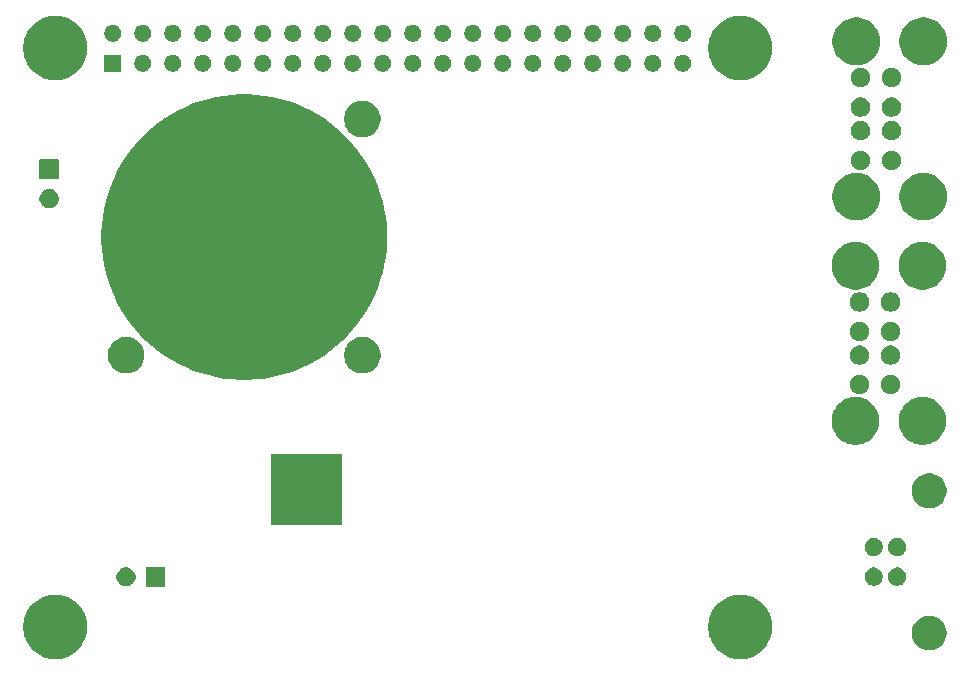
<source format=gbr>
%TF.GenerationSoftware,KiCad,Pcbnew,9.0.0*%
%TF.CreationDate,2025-04-21T08:49:54-05:00*%
%TF.ProjectId,1026 RPi Power Hat,31303236-2052-4506-9920-506f77657220,1*%
%TF.SameCoordinates,PX5f5e100PY8f0d180*%
%TF.FileFunction,Soldermask,Bot*%
%TF.FilePolarity,Negative*%
%FSLAX46Y46*%
G04 Gerber Fmt 4.6, Leading zero omitted, Abs format (unit mm)*
G04 Created by KiCad (PCBNEW 9.0.0) date 2025-04-21 08:49:54*
%MOMM*%
%LPD*%
G01*
G04 APERTURE LIST*
G04 APERTURE END LIST*
G36*
X3956521Y6186893D02*
G01*
X4254488Y6118884D01*
X4542965Y6017941D01*
X4818327Y5885334D01*
X5077111Y5722730D01*
X5316061Y5532173D01*
X5532173Y5316061D01*
X5722730Y5077111D01*
X5885334Y4818327D01*
X6017941Y4542965D01*
X6118884Y4254488D01*
X6186893Y3956521D01*
X6221112Y3652814D01*
X6221112Y3347186D01*
X6186893Y3043479D01*
X6118884Y2745512D01*
X6017941Y2457035D01*
X5885334Y2181673D01*
X5722730Y1922889D01*
X5532173Y1683939D01*
X5316061Y1467827D01*
X5077111Y1277270D01*
X4818327Y1114666D01*
X4542965Y982059D01*
X4254488Y881116D01*
X3956521Y813107D01*
X3652814Y778888D01*
X3347186Y778888D01*
X3043479Y813107D01*
X2745512Y881116D01*
X2457035Y982059D01*
X2181673Y1114666D01*
X1922889Y1277270D01*
X1683939Y1467827D01*
X1467827Y1683939D01*
X1277270Y1922889D01*
X1114666Y2181673D01*
X982059Y2457035D01*
X881116Y2745512D01*
X813107Y3043479D01*
X778888Y3347186D01*
X778888Y3652814D01*
X813107Y3956521D01*
X881116Y4254488D01*
X982059Y4542965D01*
X1114666Y4818327D01*
X1277270Y5077111D01*
X1467827Y5316061D01*
X1683939Y5532173D01*
X1922889Y5722730D01*
X2181673Y5885334D01*
X2457035Y6017941D01*
X2745512Y6118884D01*
X3043479Y6186893D01*
X3347186Y6221112D01*
X3652814Y6221112D01*
X3956521Y6186893D01*
G37*
G36*
X61956521Y6186893D02*
G01*
X62254488Y6118884D01*
X62542965Y6017941D01*
X62818327Y5885334D01*
X63077111Y5722730D01*
X63316061Y5532173D01*
X63532173Y5316061D01*
X63722730Y5077111D01*
X63885334Y4818327D01*
X64017941Y4542965D01*
X64118884Y4254488D01*
X64186893Y3956521D01*
X64221112Y3652814D01*
X64221112Y3347186D01*
X64186893Y3043479D01*
X64118884Y2745512D01*
X64017941Y2457035D01*
X63885334Y2181673D01*
X63722730Y1922889D01*
X63532173Y1683939D01*
X63316061Y1467827D01*
X63077111Y1277270D01*
X62818327Y1114666D01*
X62542965Y982059D01*
X62254488Y881116D01*
X61956521Y813107D01*
X61652814Y778888D01*
X61347186Y778888D01*
X61043479Y813107D01*
X60745512Y881116D01*
X60457035Y982059D01*
X60181673Y1114666D01*
X59922889Y1277270D01*
X59683939Y1467827D01*
X59467827Y1683939D01*
X59277270Y1922889D01*
X59114666Y2181673D01*
X58982059Y2457035D01*
X58881116Y2745512D01*
X58813107Y3043479D01*
X58778888Y3347186D01*
X58778888Y3652814D01*
X58813107Y3956521D01*
X58881116Y4254488D01*
X58982059Y4542965D01*
X59114666Y4818327D01*
X59277270Y5077111D01*
X59467827Y5316061D01*
X59683939Y5532173D01*
X59922889Y5722730D01*
X60181673Y5885334D01*
X60457035Y6017941D01*
X60745512Y6118884D01*
X61043479Y6186893D01*
X61347186Y6221112D01*
X61652814Y6221112D01*
X61956521Y6186893D01*
G37*
G36*
X77844425Y4414635D02*
G01*
X78064611Y4343092D01*
X78270894Y4237985D01*
X78458196Y4101903D01*
X78621903Y3938196D01*
X78757985Y3750894D01*
X78863092Y3544611D01*
X78934635Y3324425D01*
X78970852Y3095759D01*
X78970852Y2864241D01*
X78934635Y2635575D01*
X78863092Y2415389D01*
X78757985Y2209106D01*
X78621903Y2021804D01*
X78458196Y1858097D01*
X78270894Y1722015D01*
X78064611Y1616908D01*
X77844425Y1545365D01*
X77615759Y1509148D01*
X77384241Y1509148D01*
X77155575Y1545365D01*
X76935389Y1616908D01*
X76729106Y1722015D01*
X76541804Y1858097D01*
X76378097Y2021804D01*
X76242015Y2209106D01*
X76136908Y2415389D01*
X76065365Y2635575D01*
X76029148Y2864241D01*
X76029148Y3095759D01*
X76065365Y3324425D01*
X76136908Y3544611D01*
X76242015Y3750894D01*
X76378097Y3938196D01*
X76541804Y4101903D01*
X76729106Y4237985D01*
X76935389Y4343092D01*
X77155575Y4414635D01*
X77384241Y4450852D01*
X77615759Y4450852D01*
X77844425Y4414635D01*
G37*
G36*
X12784720Y8530217D02*
G01*
X12792961Y8524711D01*
X12798467Y8516470D01*
X12800400Y8506750D01*
X12800400Y6931750D01*
X12798467Y6922030D01*
X12792961Y6913789D01*
X12784720Y6908283D01*
X12775000Y6906350D01*
X11200000Y6906350D01*
X11190280Y6908283D01*
X11182039Y6913789D01*
X11176533Y6922030D01*
X11174600Y6931750D01*
X11174600Y8506750D01*
X11176533Y8516470D01*
X11182039Y8524711D01*
X11190280Y8530217D01*
X11200000Y8532150D01*
X12775000Y8532150D01*
X12784720Y8530217D01*
G37*
G36*
X9723472Y8497147D02*
G01*
X9870698Y8436164D01*
X10003198Y8347630D01*
X10115880Y8234948D01*
X10204414Y8102448D01*
X10265397Y7955222D01*
X10296486Y7798928D01*
X10296486Y7639572D01*
X10265397Y7483278D01*
X10204414Y7336052D01*
X10115880Y7203552D01*
X10003198Y7090870D01*
X9870698Y7002336D01*
X9723472Y6941353D01*
X9567178Y6910264D01*
X9407822Y6910264D01*
X9251528Y6941353D01*
X9104302Y7002336D01*
X8971802Y7090870D01*
X8859120Y7203552D01*
X8770586Y7336052D01*
X8709603Y7483278D01*
X8678514Y7639572D01*
X8678514Y7798928D01*
X8709603Y7955222D01*
X8770586Y8102448D01*
X8859120Y8234948D01*
X8971802Y8347630D01*
X9104302Y8436164D01*
X9251528Y8497147D01*
X9407822Y8528236D01*
X9567178Y8528236D01*
X9723472Y8497147D01*
G37*
G36*
X73015087Y8492012D02*
G01*
X73155521Y8433842D01*
X73281909Y8349392D01*
X73389392Y8241909D01*
X73473842Y8115521D01*
X73532012Y7975087D01*
X73561666Y7826002D01*
X73561666Y7673998D01*
X73532012Y7524913D01*
X73473842Y7384479D01*
X73389392Y7258091D01*
X73281909Y7150608D01*
X73155521Y7066158D01*
X73015087Y7007988D01*
X72866002Y6978334D01*
X72713998Y6978334D01*
X72564913Y7007988D01*
X72424479Y7066158D01*
X72298091Y7150608D01*
X72190608Y7258091D01*
X72106158Y7384479D01*
X72047988Y7524913D01*
X72018334Y7673998D01*
X72018334Y7826002D01*
X72047988Y7975087D01*
X72106158Y8115521D01*
X72190608Y8241909D01*
X72298091Y8349392D01*
X72424479Y8433842D01*
X72564913Y8492012D01*
X72713998Y8521666D01*
X72866002Y8521666D01*
X73015087Y8492012D01*
G37*
G36*
X75015087Y8492012D02*
G01*
X75155521Y8433842D01*
X75281909Y8349392D01*
X75389392Y8241909D01*
X75473842Y8115521D01*
X75532012Y7975087D01*
X75561666Y7826002D01*
X75561666Y7673998D01*
X75532012Y7524913D01*
X75473842Y7384479D01*
X75389392Y7258091D01*
X75281909Y7150608D01*
X75155521Y7066158D01*
X75015087Y7007988D01*
X74866002Y6978334D01*
X74713998Y6978334D01*
X74564913Y7007988D01*
X74424479Y7066158D01*
X74298091Y7150608D01*
X74190608Y7258091D01*
X74106158Y7384479D01*
X74047988Y7524913D01*
X74018334Y7673998D01*
X74018334Y7826002D01*
X74047988Y7975087D01*
X74106158Y8115521D01*
X74190608Y8241909D01*
X74298091Y8349392D01*
X74424479Y8433842D01*
X74564913Y8492012D01*
X74713998Y8521666D01*
X74866002Y8521666D01*
X75015087Y8492012D01*
G37*
G36*
X73015087Y10992012D02*
G01*
X73155521Y10933842D01*
X73281909Y10849392D01*
X73389392Y10741909D01*
X73473842Y10615521D01*
X73532012Y10475087D01*
X73561666Y10326002D01*
X73561666Y10173998D01*
X73532012Y10024913D01*
X73473842Y9884479D01*
X73389392Y9758091D01*
X73281909Y9650608D01*
X73155521Y9566158D01*
X73015087Y9507988D01*
X72866002Y9478334D01*
X72713998Y9478334D01*
X72564913Y9507988D01*
X72424479Y9566158D01*
X72298091Y9650608D01*
X72190608Y9758091D01*
X72106158Y9884479D01*
X72047988Y10024913D01*
X72018334Y10173998D01*
X72018334Y10326002D01*
X72047988Y10475087D01*
X72106158Y10615521D01*
X72190608Y10741909D01*
X72298091Y10849392D01*
X72424479Y10933842D01*
X72564913Y10992012D01*
X72713998Y11021666D01*
X72866002Y11021666D01*
X73015087Y10992012D01*
G37*
G36*
X75015087Y10992012D02*
G01*
X75155521Y10933842D01*
X75281909Y10849392D01*
X75389392Y10741909D01*
X75473842Y10615521D01*
X75532012Y10475087D01*
X75561666Y10326002D01*
X75561666Y10173998D01*
X75532012Y10024913D01*
X75473842Y9884479D01*
X75389392Y9758091D01*
X75281909Y9650608D01*
X75155521Y9566158D01*
X75015087Y9507988D01*
X74866002Y9478334D01*
X74713998Y9478334D01*
X74564913Y9507988D01*
X74424479Y9566158D01*
X74298091Y9650608D01*
X74190608Y9758091D01*
X74106158Y9884479D01*
X74047988Y10024913D01*
X74018334Y10173998D01*
X74018334Y10326002D01*
X74047988Y10475087D01*
X74106158Y10615521D01*
X74190608Y10741909D01*
X74298091Y10849392D01*
X74424479Y10933842D01*
X74564913Y10992012D01*
X74713998Y11021666D01*
X74866002Y11021666D01*
X75015087Y10992012D01*
G37*
G36*
X27800000Y12100000D02*
G01*
X27795899Y12100000D01*
X21804101Y12100000D01*
X21800000Y12100000D01*
X21800000Y18100000D01*
X27800000Y18100000D01*
X27800000Y12100000D01*
G37*
G36*
X77844425Y16454635D02*
G01*
X78064611Y16383092D01*
X78270894Y16277985D01*
X78458196Y16141903D01*
X78621903Y15978196D01*
X78757985Y15790894D01*
X78863092Y15584611D01*
X78934635Y15364425D01*
X78970852Y15135759D01*
X78970852Y14904241D01*
X78934635Y14675575D01*
X78863092Y14455389D01*
X78757985Y14249106D01*
X78621903Y14061804D01*
X78458196Y13898097D01*
X78270894Y13762015D01*
X78064611Y13656908D01*
X77844425Y13585365D01*
X77615759Y13549148D01*
X77384241Y13549148D01*
X77155575Y13585365D01*
X76935389Y13656908D01*
X76729106Y13762015D01*
X76541804Y13898097D01*
X76378097Y14061804D01*
X76242015Y14249106D01*
X76136908Y14455389D01*
X76065365Y14675575D01*
X76029148Y14904241D01*
X76029148Y15135759D01*
X76065365Y15364425D01*
X76136908Y15584611D01*
X76242015Y15790894D01*
X76378097Y15978196D01*
X76541804Y16141903D01*
X76729106Y16277985D01*
X76935389Y16383092D01*
X77155575Y16454635D01*
X77384241Y16490852D01*
X77615759Y16490852D01*
X77844425Y16454635D01*
G37*
G36*
X71640436Y22916483D02*
G01*
X71896343Y22847912D01*
X72141112Y22746526D01*
X72370552Y22614059D01*
X72580739Y22452776D01*
X72768076Y22265439D01*
X72929359Y22055252D01*
X73061826Y21825812D01*
X73163212Y21581043D01*
X73231783Y21325136D01*
X73266363Y21062467D01*
X73266363Y20797533D01*
X73231783Y20534864D01*
X73163212Y20278957D01*
X73061826Y20034188D01*
X72929359Y19804748D01*
X72768076Y19594561D01*
X72580739Y19407224D01*
X72370552Y19245941D01*
X72141112Y19113474D01*
X71896343Y19012088D01*
X71640436Y18943517D01*
X71377767Y18908937D01*
X71112833Y18908937D01*
X70850164Y18943517D01*
X70594257Y19012088D01*
X70349488Y19113474D01*
X70120048Y19245941D01*
X69909861Y19407224D01*
X69722524Y19594561D01*
X69561241Y19804748D01*
X69428774Y20034188D01*
X69327388Y20278957D01*
X69258817Y20534864D01*
X69224237Y20797533D01*
X69224237Y21062467D01*
X69258817Y21325136D01*
X69327388Y21581043D01*
X69428774Y21825812D01*
X69561241Y22055252D01*
X69722524Y22265439D01*
X69909861Y22452776D01*
X70120048Y22614059D01*
X70349488Y22746526D01*
X70594257Y22847912D01*
X70850164Y22916483D01*
X71112833Y22951063D01*
X71377767Y22951063D01*
X71640436Y22916483D01*
G37*
G36*
X77320436Y22916483D02*
G01*
X77576343Y22847912D01*
X77821112Y22746526D01*
X78050552Y22614059D01*
X78260739Y22452776D01*
X78448076Y22265439D01*
X78609359Y22055252D01*
X78741826Y21825812D01*
X78843212Y21581043D01*
X78911783Y21325136D01*
X78946363Y21062467D01*
X78946363Y20797533D01*
X78911783Y20534864D01*
X78843212Y20278957D01*
X78741826Y20034188D01*
X78609359Y19804748D01*
X78448076Y19594561D01*
X78260739Y19407224D01*
X78050552Y19245941D01*
X77821112Y19113474D01*
X77576343Y19012088D01*
X77320436Y18943517D01*
X77057767Y18908937D01*
X76792833Y18908937D01*
X76530164Y18943517D01*
X76274257Y19012088D01*
X76029488Y19113474D01*
X75800048Y19245941D01*
X75589861Y19407224D01*
X75402524Y19594561D01*
X75241241Y19804748D01*
X75108774Y20034188D01*
X75007388Y20278957D01*
X74938817Y20534864D01*
X74904237Y20797533D01*
X74904237Y21062467D01*
X74938817Y21325136D01*
X75007388Y21581043D01*
X75108774Y21825812D01*
X75241241Y22055252D01*
X75402524Y22265439D01*
X75589861Y22452776D01*
X75800048Y22614059D01*
X76029488Y22746526D01*
X76274257Y22847912D01*
X76530164Y22916483D01*
X76792833Y22951063D01*
X77057767Y22951063D01*
X77320436Y22916483D01*
G37*
G36*
X71834901Y24789859D02*
G01*
X71984391Y24727938D01*
X72118928Y24638043D01*
X72233343Y24523628D01*
X72323238Y24389091D01*
X72385159Y24239601D01*
X72416725Y24080903D01*
X72416725Y23919097D01*
X72385159Y23760399D01*
X72323238Y23610909D01*
X72233343Y23476372D01*
X72118928Y23361957D01*
X71984391Y23272062D01*
X71834901Y23210141D01*
X71676203Y23178575D01*
X71514397Y23178575D01*
X71355699Y23210141D01*
X71206209Y23272062D01*
X71071672Y23361957D01*
X70957257Y23476372D01*
X70867362Y23610909D01*
X70805441Y23760399D01*
X70773875Y23919097D01*
X70773875Y24080903D01*
X70805441Y24239601D01*
X70867362Y24389091D01*
X70957257Y24523628D01*
X71071672Y24638043D01*
X71206209Y24727938D01*
X71355699Y24789859D01*
X71514397Y24821425D01*
X71676203Y24821425D01*
X71834901Y24789859D01*
G37*
G36*
X74454901Y24789859D02*
G01*
X74604391Y24727938D01*
X74738928Y24638043D01*
X74853343Y24523628D01*
X74943238Y24389091D01*
X75005159Y24239601D01*
X75036725Y24080903D01*
X75036725Y23919097D01*
X75005159Y23760399D01*
X74943238Y23610909D01*
X74853343Y23476372D01*
X74738928Y23361957D01*
X74604391Y23272062D01*
X74454901Y23210141D01*
X74296203Y23178575D01*
X74134397Y23178575D01*
X73975699Y23210141D01*
X73826209Y23272062D01*
X73691672Y23361957D01*
X73577257Y23476372D01*
X73487362Y23610909D01*
X73425441Y23760399D01*
X73393875Y23919097D01*
X73393875Y24080903D01*
X73425441Y24239601D01*
X73487362Y24389091D01*
X73577257Y24523628D01*
X73691672Y24638043D01*
X73826209Y24727938D01*
X73975699Y24789859D01*
X74134397Y24821425D01*
X74296203Y24821425D01*
X74454901Y24789859D01*
G37*
G36*
X20517011Y48557184D02*
G01*
X21191463Y48481192D01*
X21860593Y48367502D01*
X22522295Y48216473D01*
X23174489Y48028579D01*
X23815121Y47804412D01*
X24442176Y47544678D01*
X25053681Y47250192D01*
X25647712Y46921883D01*
X26222400Y46560782D01*
X26775937Y46168027D01*
X27306581Y45744852D01*
X27812663Y45292590D01*
X28292590Y44812663D01*
X28744852Y44306581D01*
X29168027Y43775937D01*
X29560782Y43222400D01*
X29921883Y42647712D01*
X30250192Y42053681D01*
X30544678Y41442176D01*
X30804412Y40815121D01*
X31028579Y40174489D01*
X31216473Y39522295D01*
X31367502Y38860593D01*
X31481192Y38191463D01*
X31557184Y37517011D01*
X31595240Y36839360D01*
X31595240Y36160640D01*
X31557184Y35482989D01*
X31481192Y34808537D01*
X31367502Y34139407D01*
X31216473Y33477705D01*
X31028579Y32825511D01*
X30804412Y32184879D01*
X30544678Y31557824D01*
X30250192Y30946319D01*
X29921883Y30352288D01*
X29560782Y29777600D01*
X29168027Y29224063D01*
X28744852Y28693419D01*
X28292590Y28187337D01*
X27812663Y27707410D01*
X27306581Y27255148D01*
X26775937Y26831973D01*
X26222400Y26439218D01*
X25647712Y26078117D01*
X25053681Y25749808D01*
X24442176Y25455322D01*
X23815121Y25195588D01*
X23174489Y24971421D01*
X22522295Y24783527D01*
X21860593Y24632498D01*
X21191463Y24518808D01*
X20517011Y24442816D01*
X19839360Y24404760D01*
X19160640Y24404760D01*
X18482989Y24442816D01*
X17808537Y24518808D01*
X17139407Y24632498D01*
X16477705Y24783527D01*
X15825511Y24971421D01*
X15184879Y25195588D01*
X14557824Y25455322D01*
X13946319Y25749808D01*
X13352288Y26078117D01*
X12777600Y26439218D01*
X12224063Y26831973D01*
X11693419Y27255148D01*
X11187337Y27707410D01*
X10707410Y28187337D01*
X10255148Y28693419D01*
X9831973Y29224063D01*
X9439218Y29777600D01*
X9078117Y30352288D01*
X8749808Y30946319D01*
X8455322Y31557824D01*
X8195588Y32184879D01*
X7971421Y32825511D01*
X7783527Y33477705D01*
X7632498Y34139407D01*
X7518808Y34808537D01*
X7442816Y35482989D01*
X7404760Y36160640D01*
X7404760Y36839360D01*
X7442816Y37517011D01*
X7518808Y38191463D01*
X7632498Y38860593D01*
X7783527Y39522295D01*
X7971421Y40174489D01*
X8195588Y40815121D01*
X8455322Y41442176D01*
X8749808Y42053681D01*
X9078117Y42647712D01*
X9439218Y43222400D01*
X9831973Y43775937D01*
X10255148Y44306581D01*
X10707410Y44812663D01*
X11187337Y45292590D01*
X11693419Y45744852D01*
X12224063Y46168027D01*
X12777600Y46560782D01*
X13352288Y46921883D01*
X13946319Y47250192D01*
X14557824Y47544678D01*
X15184879Y47804412D01*
X15825511Y48028579D01*
X16477705Y48216473D01*
X17139407Y48367502D01*
X17808537Y48481192D01*
X18482989Y48557184D01*
X19160640Y48595240D01*
X19839360Y48595240D01*
X20517011Y48557184D01*
G37*
G36*
X9861840Y28007173D02*
G01*
X10093159Y27932013D01*
X10309873Y27821592D01*
X10506644Y27678629D01*
X10678629Y27506644D01*
X10821592Y27309873D01*
X10932013Y27093159D01*
X11007173Y26861840D01*
X11045222Y26621612D01*
X11045222Y26378388D01*
X11007173Y26138160D01*
X10932013Y25906841D01*
X10821592Y25690127D01*
X10678629Y25493356D01*
X10506644Y25321371D01*
X10309873Y25178408D01*
X10093159Y25067987D01*
X9861840Y24992827D01*
X9621612Y24954778D01*
X9378388Y24954778D01*
X9138160Y24992827D01*
X8906841Y25067987D01*
X8690127Y25178408D01*
X8493356Y25321371D01*
X8321371Y25493356D01*
X8178408Y25690127D01*
X8067987Y25906841D01*
X7992827Y26138160D01*
X7954778Y26378388D01*
X7954778Y26621612D01*
X7992827Y26861840D01*
X8067987Y27093159D01*
X8178408Y27309873D01*
X8321371Y27506644D01*
X8493356Y27678629D01*
X8690127Y27821592D01*
X8906841Y27932013D01*
X9138160Y28007173D01*
X9378388Y28045222D01*
X9621612Y28045222D01*
X9861840Y28007173D01*
G37*
G36*
X29861840Y28007173D02*
G01*
X30093159Y27932013D01*
X30309873Y27821592D01*
X30506644Y27678629D01*
X30678629Y27506644D01*
X30821592Y27309873D01*
X30932013Y27093159D01*
X31007173Y26861840D01*
X31045222Y26621612D01*
X31045222Y26378388D01*
X31007173Y26138160D01*
X30932013Y25906841D01*
X30821592Y25690127D01*
X30678629Y25493356D01*
X30506644Y25321371D01*
X30309873Y25178408D01*
X30093159Y25067987D01*
X29861840Y24992827D01*
X29621612Y24954778D01*
X29378388Y24954778D01*
X29138160Y24992827D01*
X28906841Y25067987D01*
X28690127Y25178408D01*
X28493356Y25321371D01*
X28321371Y25493356D01*
X28178408Y25690127D01*
X28067987Y25906841D01*
X27992827Y26138160D01*
X27954778Y26378388D01*
X27954778Y26621612D01*
X27992827Y26861840D01*
X28067987Y27093159D01*
X28178408Y27309873D01*
X28321371Y27506644D01*
X28493356Y27678629D01*
X28690127Y27821592D01*
X28906841Y27932013D01*
X29138160Y28007173D01*
X29378388Y28045222D01*
X29621612Y28045222D01*
X29861840Y28007173D01*
G37*
G36*
X71834901Y27289859D02*
G01*
X71984391Y27227938D01*
X72118928Y27138043D01*
X72233343Y27023628D01*
X72323238Y26889091D01*
X72385159Y26739601D01*
X72416725Y26580903D01*
X72416725Y26419097D01*
X72385159Y26260399D01*
X72323238Y26110909D01*
X72233343Y25976372D01*
X72118928Y25861957D01*
X71984391Y25772062D01*
X71834901Y25710141D01*
X71676203Y25678575D01*
X71514397Y25678575D01*
X71355699Y25710141D01*
X71206209Y25772062D01*
X71071672Y25861957D01*
X70957257Y25976372D01*
X70867362Y26110909D01*
X70805441Y26260399D01*
X70773875Y26419097D01*
X70773875Y26580903D01*
X70805441Y26739601D01*
X70867362Y26889091D01*
X70957257Y27023628D01*
X71071672Y27138043D01*
X71206209Y27227938D01*
X71355699Y27289859D01*
X71514397Y27321425D01*
X71676203Y27321425D01*
X71834901Y27289859D01*
G37*
G36*
X74454901Y27289859D02*
G01*
X74604391Y27227938D01*
X74738928Y27138043D01*
X74853343Y27023628D01*
X74943238Y26889091D01*
X75005159Y26739601D01*
X75036725Y26580903D01*
X75036725Y26419097D01*
X75005159Y26260399D01*
X74943238Y26110909D01*
X74853343Y25976372D01*
X74738928Y25861957D01*
X74604391Y25772062D01*
X74454901Y25710141D01*
X74296203Y25678575D01*
X74134397Y25678575D01*
X73975699Y25710141D01*
X73826209Y25772062D01*
X73691672Y25861957D01*
X73577257Y25976372D01*
X73487362Y26110909D01*
X73425441Y26260399D01*
X73393875Y26419097D01*
X73393875Y26580903D01*
X73425441Y26739601D01*
X73487362Y26889091D01*
X73577257Y27023628D01*
X73691672Y27138043D01*
X73826209Y27227938D01*
X73975699Y27289859D01*
X74134397Y27321425D01*
X74296203Y27321425D01*
X74454901Y27289859D01*
G37*
G36*
X71834901Y29289859D02*
G01*
X71984391Y29227938D01*
X72118928Y29138043D01*
X72233343Y29023628D01*
X72323238Y28889091D01*
X72385159Y28739601D01*
X72416725Y28580903D01*
X72416725Y28419097D01*
X72385159Y28260399D01*
X72323238Y28110909D01*
X72233343Y27976372D01*
X72118928Y27861957D01*
X71984391Y27772062D01*
X71834901Y27710141D01*
X71676203Y27678575D01*
X71514397Y27678575D01*
X71355699Y27710141D01*
X71206209Y27772062D01*
X71071672Y27861957D01*
X70957257Y27976372D01*
X70867362Y28110909D01*
X70805441Y28260399D01*
X70773875Y28419097D01*
X70773875Y28580903D01*
X70805441Y28739601D01*
X70867362Y28889091D01*
X70957257Y29023628D01*
X71071672Y29138043D01*
X71206209Y29227938D01*
X71355699Y29289859D01*
X71514397Y29321425D01*
X71676203Y29321425D01*
X71834901Y29289859D01*
G37*
G36*
X74454901Y29289859D02*
G01*
X74604391Y29227938D01*
X74738928Y29138043D01*
X74853343Y29023628D01*
X74943238Y28889091D01*
X75005159Y28739601D01*
X75036725Y28580903D01*
X75036725Y28419097D01*
X75005159Y28260399D01*
X74943238Y28110909D01*
X74853343Y27976372D01*
X74738928Y27861957D01*
X74604391Y27772062D01*
X74454901Y27710141D01*
X74296203Y27678575D01*
X74134397Y27678575D01*
X73975699Y27710141D01*
X73826209Y27772062D01*
X73691672Y27861957D01*
X73577257Y27976372D01*
X73487362Y28110909D01*
X73425441Y28260399D01*
X73393875Y28419097D01*
X73393875Y28580903D01*
X73425441Y28739601D01*
X73487362Y28889091D01*
X73577257Y29023628D01*
X73691672Y29138043D01*
X73826209Y29227938D01*
X73975699Y29289859D01*
X74134397Y29321425D01*
X74296203Y29321425D01*
X74454901Y29289859D01*
G37*
G36*
X71834901Y31789859D02*
G01*
X71984391Y31727938D01*
X72118928Y31638043D01*
X72233343Y31523628D01*
X72323238Y31389091D01*
X72385159Y31239601D01*
X72416725Y31080903D01*
X72416725Y30919097D01*
X72385159Y30760399D01*
X72323238Y30610909D01*
X72233343Y30476372D01*
X72118928Y30361957D01*
X71984391Y30272062D01*
X71834901Y30210141D01*
X71676203Y30178575D01*
X71514397Y30178575D01*
X71355699Y30210141D01*
X71206209Y30272062D01*
X71071672Y30361957D01*
X70957257Y30476372D01*
X70867362Y30610909D01*
X70805441Y30760399D01*
X70773875Y30919097D01*
X70773875Y31080903D01*
X70805441Y31239601D01*
X70867362Y31389091D01*
X70957257Y31523628D01*
X71071672Y31638043D01*
X71206209Y31727938D01*
X71355699Y31789859D01*
X71514397Y31821425D01*
X71676203Y31821425D01*
X71834901Y31789859D01*
G37*
G36*
X74454901Y31789859D02*
G01*
X74604391Y31727938D01*
X74738928Y31638043D01*
X74853343Y31523628D01*
X74943238Y31389091D01*
X75005159Y31239601D01*
X75036725Y31080903D01*
X75036725Y30919097D01*
X75005159Y30760399D01*
X74943238Y30610909D01*
X74853343Y30476372D01*
X74738928Y30361957D01*
X74604391Y30272062D01*
X74454901Y30210141D01*
X74296203Y30178575D01*
X74134397Y30178575D01*
X73975699Y30210141D01*
X73826209Y30272062D01*
X73691672Y30361957D01*
X73577257Y30476372D01*
X73487362Y30610909D01*
X73425441Y30760399D01*
X73393875Y30919097D01*
X73393875Y31080903D01*
X73425441Y31239601D01*
X73487362Y31389091D01*
X73577257Y31523628D01*
X73691672Y31638043D01*
X73826209Y31727938D01*
X73975699Y31789859D01*
X74134397Y31821425D01*
X74296203Y31821425D01*
X74454901Y31789859D01*
G37*
G36*
X71640436Y36056483D02*
G01*
X71896343Y35987912D01*
X72141112Y35886526D01*
X72370552Y35754059D01*
X72580739Y35592776D01*
X72768076Y35405439D01*
X72929359Y35195252D01*
X73061826Y34965812D01*
X73163212Y34721043D01*
X73231783Y34465136D01*
X73266363Y34202467D01*
X73266363Y33937533D01*
X73231783Y33674864D01*
X73163212Y33418957D01*
X73061826Y33174188D01*
X72929359Y32944748D01*
X72768076Y32734561D01*
X72580739Y32547224D01*
X72370552Y32385941D01*
X72141112Y32253474D01*
X71896343Y32152088D01*
X71640436Y32083517D01*
X71377767Y32048937D01*
X71112833Y32048937D01*
X70850164Y32083517D01*
X70594257Y32152088D01*
X70349488Y32253474D01*
X70120048Y32385941D01*
X69909861Y32547224D01*
X69722524Y32734561D01*
X69561241Y32944748D01*
X69428774Y33174188D01*
X69327388Y33418957D01*
X69258817Y33674864D01*
X69224237Y33937533D01*
X69224237Y34202467D01*
X69258817Y34465136D01*
X69327388Y34721043D01*
X69428774Y34965812D01*
X69561241Y35195252D01*
X69722524Y35405439D01*
X69909861Y35592776D01*
X70120048Y35754059D01*
X70349488Y35886526D01*
X70594257Y35987912D01*
X70850164Y36056483D01*
X71112833Y36091063D01*
X71377767Y36091063D01*
X71640436Y36056483D01*
G37*
G36*
X77320436Y36056483D02*
G01*
X77576343Y35987912D01*
X77821112Y35886526D01*
X78050552Y35754059D01*
X78260739Y35592776D01*
X78448076Y35405439D01*
X78609359Y35195252D01*
X78741826Y34965812D01*
X78843212Y34721043D01*
X78911783Y34465136D01*
X78946363Y34202467D01*
X78946363Y33937533D01*
X78911783Y33674864D01*
X78843212Y33418957D01*
X78741826Y33174188D01*
X78609359Y32944748D01*
X78448076Y32734561D01*
X78260739Y32547224D01*
X78050552Y32385941D01*
X77821112Y32253474D01*
X77576343Y32152088D01*
X77320436Y32083517D01*
X77057767Y32048937D01*
X76792833Y32048937D01*
X76530164Y32083517D01*
X76274257Y32152088D01*
X76029488Y32253474D01*
X75800048Y32385941D01*
X75589861Y32547224D01*
X75402524Y32734561D01*
X75241241Y32944748D01*
X75108774Y33174188D01*
X75007388Y33418957D01*
X74938817Y33674864D01*
X74904237Y33937533D01*
X74904237Y34202467D01*
X74938817Y34465136D01*
X75007388Y34721043D01*
X75108774Y34965812D01*
X75241241Y35195252D01*
X75402524Y35405439D01*
X75589861Y35592776D01*
X75800048Y35754059D01*
X76029488Y35886526D01*
X76274257Y35987912D01*
X76530164Y36056483D01*
X76792833Y36091063D01*
X77057767Y36091063D01*
X77320436Y36056483D01*
G37*
G36*
X71715136Y41916483D02*
G01*
X71971043Y41847912D01*
X72215812Y41746526D01*
X72445252Y41614059D01*
X72655439Y41452776D01*
X72842776Y41265439D01*
X73004059Y41055252D01*
X73136526Y40825812D01*
X73237912Y40581043D01*
X73306483Y40325136D01*
X73341063Y40062467D01*
X73341063Y39797533D01*
X73306483Y39534864D01*
X73237912Y39278957D01*
X73136526Y39034188D01*
X73004059Y38804748D01*
X72842776Y38594561D01*
X72655439Y38407224D01*
X72445252Y38245941D01*
X72215812Y38113474D01*
X71971043Y38012088D01*
X71715136Y37943517D01*
X71452467Y37908937D01*
X71187533Y37908937D01*
X70924864Y37943517D01*
X70668957Y38012088D01*
X70424188Y38113474D01*
X70194748Y38245941D01*
X69984561Y38407224D01*
X69797224Y38594561D01*
X69635941Y38804748D01*
X69503474Y39034188D01*
X69402088Y39278957D01*
X69333517Y39534864D01*
X69298937Y39797533D01*
X69298937Y40062467D01*
X69333517Y40325136D01*
X69402088Y40581043D01*
X69503474Y40825812D01*
X69635941Y41055252D01*
X69797224Y41265439D01*
X69984561Y41452776D01*
X70194748Y41614059D01*
X70424188Y41746526D01*
X70668957Y41847912D01*
X70924864Y41916483D01*
X71187533Y41951063D01*
X71452467Y41951063D01*
X71715136Y41916483D01*
G37*
G36*
X77395136Y41916483D02*
G01*
X77651043Y41847912D01*
X77895812Y41746526D01*
X78125252Y41614059D01*
X78335439Y41452776D01*
X78522776Y41265439D01*
X78684059Y41055252D01*
X78816526Y40825812D01*
X78917912Y40581043D01*
X78986483Y40325136D01*
X79021063Y40062467D01*
X79021063Y39797533D01*
X78986483Y39534864D01*
X78917912Y39278957D01*
X78816526Y39034188D01*
X78684059Y38804748D01*
X78522776Y38594561D01*
X78335439Y38407224D01*
X78125252Y38245941D01*
X77895812Y38113474D01*
X77651043Y38012088D01*
X77395136Y37943517D01*
X77132467Y37908937D01*
X76867533Y37908937D01*
X76604864Y37943517D01*
X76348957Y38012088D01*
X76104188Y38113474D01*
X75874748Y38245941D01*
X75664561Y38407224D01*
X75477224Y38594561D01*
X75315941Y38804748D01*
X75183474Y39034188D01*
X75082088Y39278957D01*
X75013517Y39534864D01*
X74978937Y39797533D01*
X74978937Y40062467D01*
X75013517Y40325136D01*
X75082088Y40581043D01*
X75183474Y40825812D01*
X75315941Y41055252D01*
X75477224Y41265439D01*
X75664561Y41452776D01*
X75874748Y41614059D01*
X76104188Y41746526D01*
X76348957Y41847912D01*
X76604864Y41916483D01*
X76867533Y41951063D01*
X77132467Y41951063D01*
X77395136Y41916483D01*
G37*
G36*
X3210972Y40527897D02*
G01*
X3358198Y40466914D01*
X3490698Y40378380D01*
X3603380Y40265698D01*
X3691914Y40133198D01*
X3752897Y39985972D01*
X3783986Y39829678D01*
X3783986Y39670322D01*
X3752897Y39514028D01*
X3691914Y39366802D01*
X3603380Y39234302D01*
X3490698Y39121620D01*
X3358198Y39033086D01*
X3210972Y38972103D01*
X3054678Y38941014D01*
X2895322Y38941014D01*
X2739028Y38972103D01*
X2591802Y39033086D01*
X2459302Y39121620D01*
X2346620Y39234302D01*
X2258086Y39366802D01*
X2197103Y39514028D01*
X2166014Y39670322D01*
X2166014Y39829678D01*
X2197103Y39985972D01*
X2258086Y40133198D01*
X2346620Y40265698D01*
X2459302Y40378380D01*
X2591802Y40466914D01*
X2739028Y40527897D01*
X2895322Y40558986D01*
X3054678Y40558986D01*
X3210972Y40527897D01*
G37*
G36*
X3772220Y43060967D02*
G01*
X3780461Y43055461D01*
X3785967Y43047220D01*
X3787900Y43037500D01*
X3787900Y41462500D01*
X3785967Y41452780D01*
X3780461Y41444539D01*
X3772220Y41439033D01*
X3762500Y41437100D01*
X2187500Y41437100D01*
X2177780Y41439033D01*
X2169539Y41444539D01*
X2164033Y41452780D01*
X2162100Y41462500D01*
X2162100Y43037500D01*
X2164033Y43047220D01*
X2169539Y43055461D01*
X2177780Y43060967D01*
X2187500Y43062900D01*
X3762500Y43062900D01*
X3772220Y43060967D01*
G37*
G36*
X71909601Y43789859D02*
G01*
X72059091Y43727938D01*
X72193628Y43638043D01*
X72308043Y43523628D01*
X72397938Y43389091D01*
X72459859Y43239601D01*
X72491425Y43080903D01*
X72491425Y42919097D01*
X72459859Y42760399D01*
X72397938Y42610909D01*
X72308043Y42476372D01*
X72193628Y42361957D01*
X72059091Y42272062D01*
X71909601Y42210141D01*
X71750903Y42178575D01*
X71589097Y42178575D01*
X71430399Y42210141D01*
X71280909Y42272062D01*
X71146372Y42361957D01*
X71031957Y42476372D01*
X70942062Y42610909D01*
X70880141Y42760399D01*
X70848575Y42919097D01*
X70848575Y43080903D01*
X70880141Y43239601D01*
X70942062Y43389091D01*
X71031957Y43523628D01*
X71146372Y43638043D01*
X71280909Y43727938D01*
X71430399Y43789859D01*
X71589097Y43821425D01*
X71750903Y43821425D01*
X71909601Y43789859D01*
G37*
G36*
X74529601Y43789859D02*
G01*
X74679091Y43727938D01*
X74813628Y43638043D01*
X74928043Y43523628D01*
X75017938Y43389091D01*
X75079859Y43239601D01*
X75111425Y43080903D01*
X75111425Y42919097D01*
X75079859Y42760399D01*
X75017938Y42610909D01*
X74928043Y42476372D01*
X74813628Y42361957D01*
X74679091Y42272062D01*
X74529601Y42210141D01*
X74370903Y42178575D01*
X74209097Y42178575D01*
X74050399Y42210141D01*
X73900909Y42272062D01*
X73766372Y42361957D01*
X73651957Y42476372D01*
X73562062Y42610909D01*
X73500141Y42760399D01*
X73468575Y42919097D01*
X73468575Y43080903D01*
X73500141Y43239601D01*
X73562062Y43389091D01*
X73651957Y43523628D01*
X73766372Y43638043D01*
X73900909Y43727938D01*
X74050399Y43789859D01*
X74209097Y43821425D01*
X74370903Y43821425D01*
X74529601Y43789859D01*
G37*
G36*
X71909601Y46289859D02*
G01*
X72059091Y46227938D01*
X72193628Y46138043D01*
X72308043Y46023628D01*
X72397938Y45889091D01*
X72459859Y45739601D01*
X72491425Y45580903D01*
X72491425Y45419097D01*
X72459859Y45260399D01*
X72397938Y45110909D01*
X72308043Y44976372D01*
X72193628Y44861957D01*
X72059091Y44772062D01*
X71909601Y44710141D01*
X71750903Y44678575D01*
X71589097Y44678575D01*
X71430399Y44710141D01*
X71280909Y44772062D01*
X71146372Y44861957D01*
X71031957Y44976372D01*
X70942062Y45110909D01*
X70880141Y45260399D01*
X70848575Y45419097D01*
X70848575Y45580903D01*
X70880141Y45739601D01*
X70942062Y45889091D01*
X71031957Y46023628D01*
X71146372Y46138043D01*
X71280909Y46227938D01*
X71430399Y46289859D01*
X71589097Y46321425D01*
X71750903Y46321425D01*
X71909601Y46289859D01*
G37*
G36*
X74529601Y46289859D02*
G01*
X74679091Y46227938D01*
X74813628Y46138043D01*
X74928043Y46023628D01*
X75017938Y45889091D01*
X75079859Y45739601D01*
X75111425Y45580903D01*
X75111425Y45419097D01*
X75079859Y45260399D01*
X75017938Y45110909D01*
X74928043Y44976372D01*
X74813628Y44861957D01*
X74679091Y44772062D01*
X74529601Y44710141D01*
X74370903Y44678575D01*
X74209097Y44678575D01*
X74050399Y44710141D01*
X73900909Y44772062D01*
X73766372Y44861957D01*
X73651957Y44976372D01*
X73562062Y45110909D01*
X73500141Y45260399D01*
X73468575Y45419097D01*
X73468575Y45580903D01*
X73500141Y45739601D01*
X73562062Y45889091D01*
X73651957Y46023628D01*
X73766372Y46138043D01*
X73900909Y46227938D01*
X74050399Y46289859D01*
X74209097Y46321425D01*
X74370903Y46321425D01*
X74529601Y46289859D01*
G37*
G36*
X29861840Y48007173D02*
G01*
X30093159Y47932013D01*
X30309873Y47821592D01*
X30506644Y47678629D01*
X30678629Y47506644D01*
X30821592Y47309873D01*
X30932013Y47093159D01*
X31007173Y46861840D01*
X31045222Y46621612D01*
X31045222Y46378388D01*
X31007173Y46138160D01*
X30932013Y45906841D01*
X30821592Y45690127D01*
X30678629Y45493356D01*
X30506644Y45321371D01*
X30309873Y45178408D01*
X30093159Y45067987D01*
X29861840Y44992827D01*
X29621612Y44954778D01*
X29378388Y44954778D01*
X29138160Y44992827D01*
X28906841Y45067987D01*
X28690127Y45178408D01*
X28493356Y45321371D01*
X28321371Y45493356D01*
X28178408Y45690127D01*
X28067987Y45906841D01*
X27992827Y46138160D01*
X27954778Y46378388D01*
X27954778Y46621612D01*
X27992827Y46861840D01*
X28067987Y47093159D01*
X28178408Y47309873D01*
X28321371Y47506644D01*
X28493356Y47678629D01*
X28690127Y47821592D01*
X28906841Y47932013D01*
X29138160Y48007173D01*
X29378388Y48045222D01*
X29621612Y48045222D01*
X29861840Y48007173D01*
G37*
G36*
X71909601Y48289859D02*
G01*
X72059091Y48227938D01*
X72193628Y48138043D01*
X72308043Y48023628D01*
X72397938Y47889091D01*
X72459859Y47739601D01*
X72491425Y47580903D01*
X72491425Y47419097D01*
X72459859Y47260399D01*
X72397938Y47110909D01*
X72308043Y46976372D01*
X72193628Y46861957D01*
X72059091Y46772062D01*
X71909601Y46710141D01*
X71750903Y46678575D01*
X71589097Y46678575D01*
X71430399Y46710141D01*
X71280909Y46772062D01*
X71146372Y46861957D01*
X71031957Y46976372D01*
X70942062Y47110909D01*
X70880141Y47260399D01*
X70848575Y47419097D01*
X70848575Y47580903D01*
X70880141Y47739601D01*
X70942062Y47889091D01*
X71031957Y48023628D01*
X71146372Y48138043D01*
X71280909Y48227938D01*
X71430399Y48289859D01*
X71589097Y48321425D01*
X71750903Y48321425D01*
X71909601Y48289859D01*
G37*
G36*
X74529601Y48289859D02*
G01*
X74679091Y48227938D01*
X74813628Y48138043D01*
X74928043Y48023628D01*
X75017938Y47889091D01*
X75079859Y47739601D01*
X75111425Y47580903D01*
X75111425Y47419097D01*
X75079859Y47260399D01*
X75017938Y47110909D01*
X74928043Y46976372D01*
X74813628Y46861957D01*
X74679091Y46772062D01*
X74529601Y46710141D01*
X74370903Y46678575D01*
X74209097Y46678575D01*
X74050399Y46710141D01*
X73900909Y46772062D01*
X73766372Y46861957D01*
X73651957Y46976372D01*
X73562062Y47110909D01*
X73500141Y47260399D01*
X73468575Y47419097D01*
X73468575Y47580903D01*
X73500141Y47739601D01*
X73562062Y47889091D01*
X73651957Y48023628D01*
X73766372Y48138043D01*
X73900909Y48227938D01*
X74050399Y48289859D01*
X74209097Y48321425D01*
X74370903Y48321425D01*
X74529601Y48289859D01*
G37*
G36*
X71909601Y50789859D02*
G01*
X72059091Y50727938D01*
X72193628Y50638043D01*
X72308043Y50523628D01*
X72397938Y50389091D01*
X72459859Y50239601D01*
X72491425Y50080903D01*
X72491425Y49919097D01*
X72459859Y49760399D01*
X72397938Y49610909D01*
X72308043Y49476372D01*
X72193628Y49361957D01*
X72059091Y49272062D01*
X71909601Y49210141D01*
X71750903Y49178575D01*
X71589097Y49178575D01*
X71430399Y49210141D01*
X71280909Y49272062D01*
X71146372Y49361957D01*
X71031957Y49476372D01*
X70942062Y49610909D01*
X70880141Y49760399D01*
X70848575Y49919097D01*
X70848575Y50080903D01*
X70880141Y50239601D01*
X70942062Y50389091D01*
X71031957Y50523628D01*
X71146372Y50638043D01*
X71280909Y50727938D01*
X71430399Y50789859D01*
X71589097Y50821425D01*
X71750903Y50821425D01*
X71909601Y50789859D01*
G37*
G36*
X74529601Y50789859D02*
G01*
X74679091Y50727938D01*
X74813628Y50638043D01*
X74928043Y50523628D01*
X75017938Y50389091D01*
X75079859Y50239601D01*
X75111425Y50080903D01*
X75111425Y49919097D01*
X75079859Y49760399D01*
X75017938Y49610909D01*
X74928043Y49476372D01*
X74813628Y49361957D01*
X74679091Y49272062D01*
X74529601Y49210141D01*
X74370903Y49178575D01*
X74209097Y49178575D01*
X74050399Y49210141D01*
X73900909Y49272062D01*
X73766372Y49361957D01*
X73651957Y49476372D01*
X73562062Y49610909D01*
X73500141Y49760399D01*
X73468575Y49919097D01*
X73468575Y50080903D01*
X73500141Y50239601D01*
X73562062Y50389091D01*
X73651957Y50523628D01*
X73766372Y50638043D01*
X73900909Y50727938D01*
X74050399Y50789859D01*
X74209097Y50821425D01*
X74370903Y50821425D01*
X74529601Y50789859D01*
G37*
G36*
X3956521Y55186893D02*
G01*
X4254488Y55118884D01*
X4542965Y55017941D01*
X4818327Y54885334D01*
X5077111Y54722730D01*
X5316061Y54532173D01*
X5532173Y54316061D01*
X5722730Y54077111D01*
X5885334Y53818327D01*
X6017941Y53542965D01*
X6118884Y53254488D01*
X6186893Y52956521D01*
X6221112Y52652814D01*
X6221112Y52347186D01*
X6186893Y52043479D01*
X6118884Y51745512D01*
X6017941Y51457035D01*
X5885334Y51181673D01*
X5722730Y50922889D01*
X5532173Y50683939D01*
X5316061Y50467827D01*
X5077111Y50277270D01*
X4818327Y50114666D01*
X4542965Y49982059D01*
X4254488Y49881116D01*
X3956521Y49813107D01*
X3652814Y49778888D01*
X3347186Y49778888D01*
X3043479Y49813107D01*
X2745512Y49881116D01*
X2457035Y49982059D01*
X2181673Y50114666D01*
X1922889Y50277270D01*
X1683939Y50467827D01*
X1467827Y50683939D01*
X1277270Y50922889D01*
X1114666Y51181673D01*
X982059Y51457035D01*
X881116Y51745512D01*
X813107Y52043479D01*
X778888Y52347186D01*
X778888Y52652814D01*
X813107Y52956521D01*
X881116Y53254488D01*
X982059Y53542965D01*
X1114666Y53818327D01*
X1277270Y54077111D01*
X1467827Y54316061D01*
X1683939Y54532173D01*
X1922889Y54722730D01*
X2181673Y54885334D01*
X2457035Y55017941D01*
X2745512Y55118884D01*
X3043479Y55186893D01*
X3347186Y55221112D01*
X3652814Y55221112D01*
X3956521Y55186893D01*
G37*
G36*
X61956521Y55186893D02*
G01*
X62254488Y55118884D01*
X62542965Y55017941D01*
X62818327Y54885334D01*
X63077111Y54722730D01*
X63316061Y54532173D01*
X63532173Y54316061D01*
X63722730Y54077111D01*
X63885334Y53818327D01*
X64017941Y53542965D01*
X64118884Y53254488D01*
X64186893Y52956521D01*
X64221112Y52652814D01*
X64221112Y52347186D01*
X64186893Y52043479D01*
X64118884Y51745512D01*
X64017941Y51457035D01*
X63885334Y51181673D01*
X63722730Y50922889D01*
X63532173Y50683939D01*
X63316061Y50467827D01*
X63077111Y50277270D01*
X62818327Y50114666D01*
X62542965Y49982059D01*
X62254488Y49881116D01*
X61956521Y49813107D01*
X61652814Y49778888D01*
X61347186Y49778888D01*
X61043479Y49813107D01*
X60745512Y49881116D01*
X60457035Y49982059D01*
X60181673Y50114666D01*
X59922889Y50277270D01*
X59683939Y50467827D01*
X59467827Y50683939D01*
X59277270Y50922889D01*
X59114666Y51181673D01*
X58982059Y51457035D01*
X58881116Y51745512D01*
X58813107Y52043479D01*
X58778888Y52347186D01*
X58778888Y52652814D01*
X58813107Y52956521D01*
X58881116Y53254488D01*
X58982059Y53542965D01*
X59114666Y53818327D01*
X59277270Y54077111D01*
X59467827Y54316061D01*
X59683939Y54532173D01*
X59922889Y54722730D01*
X60181673Y54885334D01*
X60457035Y55017941D01*
X60745512Y55118884D01*
X61043479Y55186893D01*
X61347186Y55221112D01*
X61652814Y55221112D01*
X61956521Y55186893D01*
G37*
G36*
X9074720Y51948467D02*
G01*
X9082961Y51942961D01*
X9088467Y51934720D01*
X9090400Y51925000D01*
X9090400Y50535000D01*
X9088467Y50525280D01*
X9082961Y50517039D01*
X9074720Y50511533D01*
X9065000Y50509600D01*
X7675000Y50509600D01*
X7665280Y50511533D01*
X7657039Y50517039D01*
X7651533Y50525280D01*
X7649600Y50535000D01*
X7649600Y51925000D01*
X7651533Y51934720D01*
X7657039Y51942961D01*
X7665280Y51948467D01*
X7675000Y51950400D01*
X9065000Y51950400D01*
X9074720Y51948467D01*
G37*
G36*
X11119121Y51919380D02*
G01*
X11249594Y51865336D01*
X11367017Y51786877D01*
X11466877Y51687017D01*
X11545336Y51569594D01*
X11599380Y51439121D01*
X11626931Y51300612D01*
X11626931Y51159388D01*
X11599380Y51020879D01*
X11545336Y50890406D01*
X11466877Y50772983D01*
X11367017Y50673123D01*
X11249594Y50594664D01*
X11119121Y50540620D01*
X10980612Y50513069D01*
X10839388Y50513069D01*
X10700879Y50540620D01*
X10570406Y50594664D01*
X10452983Y50673123D01*
X10353123Y50772983D01*
X10274664Y50890406D01*
X10220620Y51020879D01*
X10193069Y51159388D01*
X10193069Y51300612D01*
X10220620Y51439121D01*
X10274664Y51569594D01*
X10353123Y51687017D01*
X10452983Y51786877D01*
X10570406Y51865336D01*
X10700879Y51919380D01*
X10839388Y51946931D01*
X10980612Y51946931D01*
X11119121Y51919380D01*
G37*
G36*
X13659121Y51919380D02*
G01*
X13789594Y51865336D01*
X13907017Y51786877D01*
X14006877Y51687017D01*
X14085336Y51569594D01*
X14139380Y51439121D01*
X14166931Y51300612D01*
X14166931Y51159388D01*
X14139380Y51020879D01*
X14085336Y50890406D01*
X14006877Y50772983D01*
X13907017Y50673123D01*
X13789594Y50594664D01*
X13659121Y50540620D01*
X13520612Y50513069D01*
X13379388Y50513069D01*
X13240879Y50540620D01*
X13110406Y50594664D01*
X12992983Y50673123D01*
X12893123Y50772983D01*
X12814664Y50890406D01*
X12760620Y51020879D01*
X12733069Y51159388D01*
X12733069Y51300612D01*
X12760620Y51439121D01*
X12814664Y51569594D01*
X12893123Y51687017D01*
X12992983Y51786877D01*
X13110406Y51865336D01*
X13240879Y51919380D01*
X13379388Y51946931D01*
X13520612Y51946931D01*
X13659121Y51919380D01*
G37*
G36*
X16199121Y51919380D02*
G01*
X16329594Y51865336D01*
X16447017Y51786877D01*
X16546877Y51687017D01*
X16625336Y51569594D01*
X16679380Y51439121D01*
X16706931Y51300612D01*
X16706931Y51159388D01*
X16679380Y51020879D01*
X16625336Y50890406D01*
X16546877Y50772983D01*
X16447017Y50673123D01*
X16329594Y50594664D01*
X16199121Y50540620D01*
X16060612Y50513069D01*
X15919388Y50513069D01*
X15780879Y50540620D01*
X15650406Y50594664D01*
X15532983Y50673123D01*
X15433123Y50772983D01*
X15354664Y50890406D01*
X15300620Y51020879D01*
X15273069Y51159388D01*
X15273069Y51300612D01*
X15300620Y51439121D01*
X15354664Y51569594D01*
X15433123Y51687017D01*
X15532983Y51786877D01*
X15650406Y51865336D01*
X15780879Y51919380D01*
X15919388Y51946931D01*
X16060612Y51946931D01*
X16199121Y51919380D01*
G37*
G36*
X18739121Y51919380D02*
G01*
X18869594Y51865336D01*
X18987017Y51786877D01*
X19086877Y51687017D01*
X19165336Y51569594D01*
X19219380Y51439121D01*
X19246931Y51300612D01*
X19246931Y51159388D01*
X19219380Y51020879D01*
X19165336Y50890406D01*
X19086877Y50772983D01*
X18987017Y50673123D01*
X18869594Y50594664D01*
X18739121Y50540620D01*
X18600612Y50513069D01*
X18459388Y50513069D01*
X18320879Y50540620D01*
X18190406Y50594664D01*
X18072983Y50673123D01*
X17973123Y50772983D01*
X17894664Y50890406D01*
X17840620Y51020879D01*
X17813069Y51159388D01*
X17813069Y51300612D01*
X17840620Y51439121D01*
X17894664Y51569594D01*
X17973123Y51687017D01*
X18072983Y51786877D01*
X18190406Y51865336D01*
X18320879Y51919380D01*
X18459388Y51946931D01*
X18600612Y51946931D01*
X18739121Y51919380D01*
G37*
G36*
X21279121Y51919380D02*
G01*
X21409594Y51865336D01*
X21527017Y51786877D01*
X21626877Y51687017D01*
X21705336Y51569594D01*
X21759380Y51439121D01*
X21786931Y51300612D01*
X21786931Y51159388D01*
X21759380Y51020879D01*
X21705336Y50890406D01*
X21626877Y50772983D01*
X21527017Y50673123D01*
X21409594Y50594664D01*
X21279121Y50540620D01*
X21140612Y50513069D01*
X20999388Y50513069D01*
X20860879Y50540620D01*
X20730406Y50594664D01*
X20612983Y50673123D01*
X20513123Y50772983D01*
X20434664Y50890406D01*
X20380620Y51020879D01*
X20353069Y51159388D01*
X20353069Y51300612D01*
X20380620Y51439121D01*
X20434664Y51569594D01*
X20513123Y51687017D01*
X20612983Y51786877D01*
X20730406Y51865336D01*
X20860879Y51919380D01*
X20999388Y51946931D01*
X21140612Y51946931D01*
X21279121Y51919380D01*
G37*
G36*
X23819121Y51919380D02*
G01*
X23949594Y51865336D01*
X24067017Y51786877D01*
X24166877Y51687017D01*
X24245336Y51569594D01*
X24299380Y51439121D01*
X24326931Y51300612D01*
X24326931Y51159388D01*
X24299380Y51020879D01*
X24245336Y50890406D01*
X24166877Y50772983D01*
X24067017Y50673123D01*
X23949594Y50594664D01*
X23819121Y50540620D01*
X23680612Y50513069D01*
X23539388Y50513069D01*
X23400879Y50540620D01*
X23270406Y50594664D01*
X23152983Y50673123D01*
X23053123Y50772983D01*
X22974664Y50890406D01*
X22920620Y51020879D01*
X22893069Y51159388D01*
X22893069Y51300612D01*
X22920620Y51439121D01*
X22974664Y51569594D01*
X23053123Y51687017D01*
X23152983Y51786877D01*
X23270406Y51865336D01*
X23400879Y51919380D01*
X23539388Y51946931D01*
X23680612Y51946931D01*
X23819121Y51919380D01*
G37*
G36*
X26359121Y51919380D02*
G01*
X26489594Y51865336D01*
X26607017Y51786877D01*
X26706877Y51687017D01*
X26785336Y51569594D01*
X26839380Y51439121D01*
X26866931Y51300612D01*
X26866931Y51159388D01*
X26839380Y51020879D01*
X26785336Y50890406D01*
X26706877Y50772983D01*
X26607017Y50673123D01*
X26489594Y50594664D01*
X26359121Y50540620D01*
X26220612Y50513069D01*
X26079388Y50513069D01*
X25940879Y50540620D01*
X25810406Y50594664D01*
X25692983Y50673123D01*
X25593123Y50772983D01*
X25514664Y50890406D01*
X25460620Y51020879D01*
X25433069Y51159388D01*
X25433069Y51300612D01*
X25460620Y51439121D01*
X25514664Y51569594D01*
X25593123Y51687017D01*
X25692983Y51786877D01*
X25810406Y51865336D01*
X25940879Y51919380D01*
X26079388Y51946931D01*
X26220612Y51946931D01*
X26359121Y51919380D01*
G37*
G36*
X28899121Y51919380D02*
G01*
X29029594Y51865336D01*
X29147017Y51786877D01*
X29246877Y51687017D01*
X29325336Y51569594D01*
X29379380Y51439121D01*
X29406931Y51300612D01*
X29406931Y51159388D01*
X29379380Y51020879D01*
X29325336Y50890406D01*
X29246877Y50772983D01*
X29147017Y50673123D01*
X29029594Y50594664D01*
X28899121Y50540620D01*
X28760612Y50513069D01*
X28619388Y50513069D01*
X28480879Y50540620D01*
X28350406Y50594664D01*
X28232983Y50673123D01*
X28133123Y50772983D01*
X28054664Y50890406D01*
X28000620Y51020879D01*
X27973069Y51159388D01*
X27973069Y51300612D01*
X28000620Y51439121D01*
X28054664Y51569594D01*
X28133123Y51687017D01*
X28232983Y51786877D01*
X28350406Y51865336D01*
X28480879Y51919380D01*
X28619388Y51946931D01*
X28760612Y51946931D01*
X28899121Y51919380D01*
G37*
G36*
X31439121Y51919380D02*
G01*
X31569594Y51865336D01*
X31687017Y51786877D01*
X31786877Y51687017D01*
X31865336Y51569594D01*
X31919380Y51439121D01*
X31946931Y51300612D01*
X31946931Y51159388D01*
X31919380Y51020879D01*
X31865336Y50890406D01*
X31786877Y50772983D01*
X31687017Y50673123D01*
X31569594Y50594664D01*
X31439121Y50540620D01*
X31300612Y50513069D01*
X31159388Y50513069D01*
X31020879Y50540620D01*
X30890406Y50594664D01*
X30772983Y50673123D01*
X30673123Y50772983D01*
X30594664Y50890406D01*
X30540620Y51020879D01*
X30513069Y51159388D01*
X30513069Y51300612D01*
X30540620Y51439121D01*
X30594664Y51569594D01*
X30673123Y51687017D01*
X30772983Y51786877D01*
X30890406Y51865336D01*
X31020879Y51919380D01*
X31159388Y51946931D01*
X31300612Y51946931D01*
X31439121Y51919380D01*
G37*
G36*
X33979121Y51919380D02*
G01*
X34109594Y51865336D01*
X34227017Y51786877D01*
X34326877Y51687017D01*
X34405336Y51569594D01*
X34459380Y51439121D01*
X34486931Y51300612D01*
X34486931Y51159388D01*
X34459380Y51020879D01*
X34405336Y50890406D01*
X34326877Y50772983D01*
X34227017Y50673123D01*
X34109594Y50594664D01*
X33979121Y50540620D01*
X33840612Y50513069D01*
X33699388Y50513069D01*
X33560879Y50540620D01*
X33430406Y50594664D01*
X33312983Y50673123D01*
X33213123Y50772983D01*
X33134664Y50890406D01*
X33080620Y51020879D01*
X33053069Y51159388D01*
X33053069Y51300612D01*
X33080620Y51439121D01*
X33134664Y51569594D01*
X33213123Y51687017D01*
X33312983Y51786877D01*
X33430406Y51865336D01*
X33560879Y51919380D01*
X33699388Y51946931D01*
X33840612Y51946931D01*
X33979121Y51919380D01*
G37*
G36*
X36519121Y51919380D02*
G01*
X36649594Y51865336D01*
X36767017Y51786877D01*
X36866877Y51687017D01*
X36945336Y51569594D01*
X36999380Y51439121D01*
X37026931Y51300612D01*
X37026931Y51159388D01*
X36999380Y51020879D01*
X36945336Y50890406D01*
X36866877Y50772983D01*
X36767017Y50673123D01*
X36649594Y50594664D01*
X36519121Y50540620D01*
X36380612Y50513069D01*
X36239388Y50513069D01*
X36100879Y50540620D01*
X35970406Y50594664D01*
X35852983Y50673123D01*
X35753123Y50772983D01*
X35674664Y50890406D01*
X35620620Y51020879D01*
X35593069Y51159388D01*
X35593069Y51300612D01*
X35620620Y51439121D01*
X35674664Y51569594D01*
X35753123Y51687017D01*
X35852983Y51786877D01*
X35970406Y51865336D01*
X36100879Y51919380D01*
X36239388Y51946931D01*
X36380612Y51946931D01*
X36519121Y51919380D01*
G37*
G36*
X39059121Y51919380D02*
G01*
X39189594Y51865336D01*
X39307017Y51786877D01*
X39406877Y51687017D01*
X39485336Y51569594D01*
X39539380Y51439121D01*
X39566931Y51300612D01*
X39566931Y51159388D01*
X39539380Y51020879D01*
X39485336Y50890406D01*
X39406877Y50772983D01*
X39307017Y50673123D01*
X39189594Y50594664D01*
X39059121Y50540620D01*
X38920612Y50513069D01*
X38779388Y50513069D01*
X38640879Y50540620D01*
X38510406Y50594664D01*
X38392983Y50673123D01*
X38293123Y50772983D01*
X38214664Y50890406D01*
X38160620Y51020879D01*
X38133069Y51159388D01*
X38133069Y51300612D01*
X38160620Y51439121D01*
X38214664Y51569594D01*
X38293123Y51687017D01*
X38392983Y51786877D01*
X38510406Y51865336D01*
X38640879Y51919380D01*
X38779388Y51946931D01*
X38920612Y51946931D01*
X39059121Y51919380D01*
G37*
G36*
X41599121Y51919380D02*
G01*
X41729594Y51865336D01*
X41847017Y51786877D01*
X41946877Y51687017D01*
X42025336Y51569594D01*
X42079380Y51439121D01*
X42106931Y51300612D01*
X42106931Y51159388D01*
X42079380Y51020879D01*
X42025336Y50890406D01*
X41946877Y50772983D01*
X41847017Y50673123D01*
X41729594Y50594664D01*
X41599121Y50540620D01*
X41460612Y50513069D01*
X41319388Y50513069D01*
X41180879Y50540620D01*
X41050406Y50594664D01*
X40932983Y50673123D01*
X40833123Y50772983D01*
X40754664Y50890406D01*
X40700620Y51020879D01*
X40673069Y51159388D01*
X40673069Y51300612D01*
X40700620Y51439121D01*
X40754664Y51569594D01*
X40833123Y51687017D01*
X40932983Y51786877D01*
X41050406Y51865336D01*
X41180879Y51919380D01*
X41319388Y51946931D01*
X41460612Y51946931D01*
X41599121Y51919380D01*
G37*
G36*
X44139121Y51919380D02*
G01*
X44269594Y51865336D01*
X44387017Y51786877D01*
X44486877Y51687017D01*
X44565336Y51569594D01*
X44619380Y51439121D01*
X44646931Y51300612D01*
X44646931Y51159388D01*
X44619380Y51020879D01*
X44565336Y50890406D01*
X44486877Y50772983D01*
X44387017Y50673123D01*
X44269594Y50594664D01*
X44139121Y50540620D01*
X44000612Y50513069D01*
X43859388Y50513069D01*
X43720879Y50540620D01*
X43590406Y50594664D01*
X43472983Y50673123D01*
X43373123Y50772983D01*
X43294664Y50890406D01*
X43240620Y51020879D01*
X43213069Y51159388D01*
X43213069Y51300612D01*
X43240620Y51439121D01*
X43294664Y51569594D01*
X43373123Y51687017D01*
X43472983Y51786877D01*
X43590406Y51865336D01*
X43720879Y51919380D01*
X43859388Y51946931D01*
X44000612Y51946931D01*
X44139121Y51919380D01*
G37*
G36*
X46679121Y51919380D02*
G01*
X46809594Y51865336D01*
X46927017Y51786877D01*
X47026877Y51687017D01*
X47105336Y51569594D01*
X47159380Y51439121D01*
X47186931Y51300612D01*
X47186931Y51159388D01*
X47159380Y51020879D01*
X47105336Y50890406D01*
X47026877Y50772983D01*
X46927017Y50673123D01*
X46809594Y50594664D01*
X46679121Y50540620D01*
X46540612Y50513069D01*
X46399388Y50513069D01*
X46260879Y50540620D01*
X46130406Y50594664D01*
X46012983Y50673123D01*
X45913123Y50772983D01*
X45834664Y50890406D01*
X45780620Y51020879D01*
X45753069Y51159388D01*
X45753069Y51300612D01*
X45780620Y51439121D01*
X45834664Y51569594D01*
X45913123Y51687017D01*
X46012983Y51786877D01*
X46130406Y51865336D01*
X46260879Y51919380D01*
X46399388Y51946931D01*
X46540612Y51946931D01*
X46679121Y51919380D01*
G37*
G36*
X49219121Y51919380D02*
G01*
X49349594Y51865336D01*
X49467017Y51786877D01*
X49566877Y51687017D01*
X49645336Y51569594D01*
X49699380Y51439121D01*
X49726931Y51300612D01*
X49726931Y51159388D01*
X49699380Y51020879D01*
X49645336Y50890406D01*
X49566877Y50772983D01*
X49467017Y50673123D01*
X49349594Y50594664D01*
X49219121Y50540620D01*
X49080612Y50513069D01*
X48939388Y50513069D01*
X48800879Y50540620D01*
X48670406Y50594664D01*
X48552983Y50673123D01*
X48453123Y50772983D01*
X48374664Y50890406D01*
X48320620Y51020879D01*
X48293069Y51159388D01*
X48293069Y51300612D01*
X48320620Y51439121D01*
X48374664Y51569594D01*
X48453123Y51687017D01*
X48552983Y51786877D01*
X48670406Y51865336D01*
X48800879Y51919380D01*
X48939388Y51946931D01*
X49080612Y51946931D01*
X49219121Y51919380D01*
G37*
G36*
X51759121Y51919380D02*
G01*
X51889594Y51865336D01*
X52007017Y51786877D01*
X52106877Y51687017D01*
X52185336Y51569594D01*
X52239380Y51439121D01*
X52266931Y51300612D01*
X52266931Y51159388D01*
X52239380Y51020879D01*
X52185336Y50890406D01*
X52106877Y50772983D01*
X52007017Y50673123D01*
X51889594Y50594664D01*
X51759121Y50540620D01*
X51620612Y50513069D01*
X51479388Y50513069D01*
X51340879Y50540620D01*
X51210406Y50594664D01*
X51092983Y50673123D01*
X50993123Y50772983D01*
X50914664Y50890406D01*
X50860620Y51020879D01*
X50833069Y51159388D01*
X50833069Y51300612D01*
X50860620Y51439121D01*
X50914664Y51569594D01*
X50993123Y51687017D01*
X51092983Y51786877D01*
X51210406Y51865336D01*
X51340879Y51919380D01*
X51479388Y51946931D01*
X51620612Y51946931D01*
X51759121Y51919380D01*
G37*
G36*
X54299121Y51919380D02*
G01*
X54429594Y51865336D01*
X54547017Y51786877D01*
X54646877Y51687017D01*
X54725336Y51569594D01*
X54779380Y51439121D01*
X54806931Y51300612D01*
X54806931Y51159388D01*
X54779380Y51020879D01*
X54725336Y50890406D01*
X54646877Y50772983D01*
X54547017Y50673123D01*
X54429594Y50594664D01*
X54299121Y50540620D01*
X54160612Y50513069D01*
X54019388Y50513069D01*
X53880879Y50540620D01*
X53750406Y50594664D01*
X53632983Y50673123D01*
X53533123Y50772983D01*
X53454664Y50890406D01*
X53400620Y51020879D01*
X53373069Y51159388D01*
X53373069Y51300612D01*
X53400620Y51439121D01*
X53454664Y51569594D01*
X53533123Y51687017D01*
X53632983Y51786877D01*
X53750406Y51865336D01*
X53880879Y51919380D01*
X54019388Y51946931D01*
X54160612Y51946931D01*
X54299121Y51919380D01*
G37*
G36*
X56839121Y51919380D02*
G01*
X56969594Y51865336D01*
X57087017Y51786877D01*
X57186877Y51687017D01*
X57265336Y51569594D01*
X57319380Y51439121D01*
X57346931Y51300612D01*
X57346931Y51159388D01*
X57319380Y51020879D01*
X57265336Y50890406D01*
X57186877Y50772983D01*
X57087017Y50673123D01*
X56969594Y50594664D01*
X56839121Y50540620D01*
X56700612Y50513069D01*
X56559388Y50513069D01*
X56420879Y50540620D01*
X56290406Y50594664D01*
X56172983Y50673123D01*
X56073123Y50772983D01*
X55994664Y50890406D01*
X55940620Y51020879D01*
X55913069Y51159388D01*
X55913069Y51300612D01*
X55940620Y51439121D01*
X55994664Y51569594D01*
X56073123Y51687017D01*
X56172983Y51786877D01*
X56290406Y51865336D01*
X56420879Y51919380D01*
X56559388Y51946931D01*
X56700612Y51946931D01*
X56839121Y51919380D01*
G37*
G36*
X71715136Y55056483D02*
G01*
X71971043Y54987912D01*
X72215812Y54886526D01*
X72445252Y54754059D01*
X72655439Y54592776D01*
X72842776Y54405439D01*
X73004059Y54195252D01*
X73136526Y53965812D01*
X73237912Y53721043D01*
X73306483Y53465136D01*
X73341063Y53202467D01*
X73341063Y52937533D01*
X73306483Y52674864D01*
X73237912Y52418957D01*
X73136526Y52174188D01*
X73004059Y51944748D01*
X72842776Y51734561D01*
X72655439Y51547224D01*
X72445252Y51385941D01*
X72215812Y51253474D01*
X71971043Y51152088D01*
X71715136Y51083517D01*
X71452467Y51048937D01*
X71187533Y51048937D01*
X70924864Y51083517D01*
X70668957Y51152088D01*
X70424188Y51253474D01*
X70194748Y51385941D01*
X69984561Y51547224D01*
X69797224Y51734561D01*
X69635941Y51944748D01*
X69503474Y52174188D01*
X69402088Y52418957D01*
X69333517Y52674864D01*
X69298937Y52937533D01*
X69298937Y53202467D01*
X69333517Y53465136D01*
X69402088Y53721043D01*
X69503474Y53965812D01*
X69635941Y54195252D01*
X69797224Y54405439D01*
X69984561Y54592776D01*
X70194748Y54754059D01*
X70424188Y54886526D01*
X70668957Y54987912D01*
X70924864Y55056483D01*
X71187533Y55091063D01*
X71452467Y55091063D01*
X71715136Y55056483D01*
G37*
G36*
X77395136Y55056483D02*
G01*
X77651043Y54987912D01*
X77895812Y54886526D01*
X78125252Y54754059D01*
X78335439Y54592776D01*
X78522776Y54405439D01*
X78684059Y54195252D01*
X78816526Y53965812D01*
X78917912Y53721043D01*
X78986483Y53465136D01*
X79021063Y53202467D01*
X79021063Y52937533D01*
X78986483Y52674864D01*
X78917912Y52418957D01*
X78816526Y52174188D01*
X78684059Y51944748D01*
X78522776Y51734561D01*
X78335439Y51547224D01*
X78125252Y51385941D01*
X77895812Y51253474D01*
X77651043Y51152088D01*
X77395136Y51083517D01*
X77132467Y51048937D01*
X76867533Y51048937D01*
X76604864Y51083517D01*
X76348957Y51152088D01*
X76104188Y51253474D01*
X75874748Y51385941D01*
X75664561Y51547224D01*
X75477224Y51734561D01*
X75315941Y51944748D01*
X75183474Y52174188D01*
X75082088Y52418957D01*
X75013517Y52674864D01*
X74978937Y52937533D01*
X74978937Y53202467D01*
X75013517Y53465136D01*
X75082088Y53721043D01*
X75183474Y53965812D01*
X75315941Y54195252D01*
X75477224Y54405439D01*
X75664561Y54592776D01*
X75874748Y54754059D01*
X76104188Y54886526D01*
X76348957Y54987912D01*
X76604864Y55056483D01*
X76867533Y55091063D01*
X77132467Y55091063D01*
X77395136Y55056483D01*
G37*
G36*
X8579121Y54459380D02*
G01*
X8709594Y54405336D01*
X8827017Y54326877D01*
X8926877Y54227017D01*
X9005336Y54109594D01*
X9059380Y53979121D01*
X9086931Y53840612D01*
X9086931Y53699388D01*
X9059380Y53560879D01*
X9005336Y53430406D01*
X8926877Y53312983D01*
X8827017Y53213123D01*
X8709594Y53134664D01*
X8579121Y53080620D01*
X8440612Y53053069D01*
X8299388Y53053069D01*
X8160879Y53080620D01*
X8030406Y53134664D01*
X7912983Y53213123D01*
X7813123Y53312983D01*
X7734664Y53430406D01*
X7680620Y53560879D01*
X7653069Y53699388D01*
X7653069Y53840612D01*
X7680620Y53979121D01*
X7734664Y54109594D01*
X7813123Y54227017D01*
X7912983Y54326877D01*
X8030406Y54405336D01*
X8160879Y54459380D01*
X8299388Y54486931D01*
X8440612Y54486931D01*
X8579121Y54459380D01*
G37*
G36*
X11119121Y54459380D02*
G01*
X11249594Y54405336D01*
X11367017Y54326877D01*
X11466877Y54227017D01*
X11545336Y54109594D01*
X11599380Y53979121D01*
X11626931Y53840612D01*
X11626931Y53699388D01*
X11599380Y53560879D01*
X11545336Y53430406D01*
X11466877Y53312983D01*
X11367017Y53213123D01*
X11249594Y53134664D01*
X11119121Y53080620D01*
X10980612Y53053069D01*
X10839388Y53053069D01*
X10700879Y53080620D01*
X10570406Y53134664D01*
X10452983Y53213123D01*
X10353123Y53312983D01*
X10274664Y53430406D01*
X10220620Y53560879D01*
X10193069Y53699388D01*
X10193069Y53840612D01*
X10220620Y53979121D01*
X10274664Y54109594D01*
X10353123Y54227017D01*
X10452983Y54326877D01*
X10570406Y54405336D01*
X10700879Y54459380D01*
X10839388Y54486931D01*
X10980612Y54486931D01*
X11119121Y54459380D01*
G37*
G36*
X13659121Y54459380D02*
G01*
X13789594Y54405336D01*
X13907017Y54326877D01*
X14006877Y54227017D01*
X14085336Y54109594D01*
X14139380Y53979121D01*
X14166931Y53840612D01*
X14166931Y53699388D01*
X14139380Y53560879D01*
X14085336Y53430406D01*
X14006877Y53312983D01*
X13907017Y53213123D01*
X13789594Y53134664D01*
X13659121Y53080620D01*
X13520612Y53053069D01*
X13379388Y53053069D01*
X13240879Y53080620D01*
X13110406Y53134664D01*
X12992983Y53213123D01*
X12893123Y53312983D01*
X12814664Y53430406D01*
X12760620Y53560879D01*
X12733069Y53699388D01*
X12733069Y53840612D01*
X12760620Y53979121D01*
X12814664Y54109594D01*
X12893123Y54227017D01*
X12992983Y54326877D01*
X13110406Y54405336D01*
X13240879Y54459380D01*
X13379388Y54486931D01*
X13520612Y54486931D01*
X13659121Y54459380D01*
G37*
G36*
X16199121Y54459380D02*
G01*
X16329594Y54405336D01*
X16447017Y54326877D01*
X16546877Y54227017D01*
X16625336Y54109594D01*
X16679380Y53979121D01*
X16706931Y53840612D01*
X16706931Y53699388D01*
X16679380Y53560879D01*
X16625336Y53430406D01*
X16546877Y53312983D01*
X16447017Y53213123D01*
X16329594Y53134664D01*
X16199121Y53080620D01*
X16060612Y53053069D01*
X15919388Y53053069D01*
X15780879Y53080620D01*
X15650406Y53134664D01*
X15532983Y53213123D01*
X15433123Y53312983D01*
X15354664Y53430406D01*
X15300620Y53560879D01*
X15273069Y53699388D01*
X15273069Y53840612D01*
X15300620Y53979121D01*
X15354664Y54109594D01*
X15433123Y54227017D01*
X15532983Y54326877D01*
X15650406Y54405336D01*
X15780879Y54459380D01*
X15919388Y54486931D01*
X16060612Y54486931D01*
X16199121Y54459380D01*
G37*
G36*
X18739121Y54459380D02*
G01*
X18869594Y54405336D01*
X18987017Y54326877D01*
X19086877Y54227017D01*
X19165336Y54109594D01*
X19219380Y53979121D01*
X19246931Y53840612D01*
X19246931Y53699388D01*
X19219380Y53560879D01*
X19165336Y53430406D01*
X19086877Y53312983D01*
X18987017Y53213123D01*
X18869594Y53134664D01*
X18739121Y53080620D01*
X18600612Y53053069D01*
X18459388Y53053069D01*
X18320879Y53080620D01*
X18190406Y53134664D01*
X18072983Y53213123D01*
X17973123Y53312983D01*
X17894664Y53430406D01*
X17840620Y53560879D01*
X17813069Y53699388D01*
X17813069Y53840612D01*
X17840620Y53979121D01*
X17894664Y54109594D01*
X17973123Y54227017D01*
X18072983Y54326877D01*
X18190406Y54405336D01*
X18320879Y54459380D01*
X18459388Y54486931D01*
X18600612Y54486931D01*
X18739121Y54459380D01*
G37*
G36*
X21279121Y54459380D02*
G01*
X21409594Y54405336D01*
X21527017Y54326877D01*
X21626877Y54227017D01*
X21705336Y54109594D01*
X21759380Y53979121D01*
X21786931Y53840612D01*
X21786931Y53699388D01*
X21759380Y53560879D01*
X21705336Y53430406D01*
X21626877Y53312983D01*
X21527017Y53213123D01*
X21409594Y53134664D01*
X21279121Y53080620D01*
X21140612Y53053069D01*
X20999388Y53053069D01*
X20860879Y53080620D01*
X20730406Y53134664D01*
X20612983Y53213123D01*
X20513123Y53312983D01*
X20434664Y53430406D01*
X20380620Y53560879D01*
X20353069Y53699388D01*
X20353069Y53840612D01*
X20380620Y53979121D01*
X20434664Y54109594D01*
X20513123Y54227017D01*
X20612983Y54326877D01*
X20730406Y54405336D01*
X20860879Y54459380D01*
X20999388Y54486931D01*
X21140612Y54486931D01*
X21279121Y54459380D01*
G37*
G36*
X23819121Y54459380D02*
G01*
X23949594Y54405336D01*
X24067017Y54326877D01*
X24166877Y54227017D01*
X24245336Y54109594D01*
X24299380Y53979121D01*
X24326931Y53840612D01*
X24326931Y53699388D01*
X24299380Y53560879D01*
X24245336Y53430406D01*
X24166877Y53312983D01*
X24067017Y53213123D01*
X23949594Y53134664D01*
X23819121Y53080620D01*
X23680612Y53053069D01*
X23539388Y53053069D01*
X23400879Y53080620D01*
X23270406Y53134664D01*
X23152983Y53213123D01*
X23053123Y53312983D01*
X22974664Y53430406D01*
X22920620Y53560879D01*
X22893069Y53699388D01*
X22893069Y53840612D01*
X22920620Y53979121D01*
X22974664Y54109594D01*
X23053123Y54227017D01*
X23152983Y54326877D01*
X23270406Y54405336D01*
X23400879Y54459380D01*
X23539388Y54486931D01*
X23680612Y54486931D01*
X23819121Y54459380D01*
G37*
G36*
X26359121Y54459380D02*
G01*
X26489594Y54405336D01*
X26607017Y54326877D01*
X26706877Y54227017D01*
X26785336Y54109594D01*
X26839380Y53979121D01*
X26866931Y53840612D01*
X26866931Y53699388D01*
X26839380Y53560879D01*
X26785336Y53430406D01*
X26706877Y53312983D01*
X26607017Y53213123D01*
X26489594Y53134664D01*
X26359121Y53080620D01*
X26220612Y53053069D01*
X26079388Y53053069D01*
X25940879Y53080620D01*
X25810406Y53134664D01*
X25692983Y53213123D01*
X25593123Y53312983D01*
X25514664Y53430406D01*
X25460620Y53560879D01*
X25433069Y53699388D01*
X25433069Y53840612D01*
X25460620Y53979121D01*
X25514664Y54109594D01*
X25593123Y54227017D01*
X25692983Y54326877D01*
X25810406Y54405336D01*
X25940879Y54459380D01*
X26079388Y54486931D01*
X26220612Y54486931D01*
X26359121Y54459380D01*
G37*
G36*
X28899121Y54459380D02*
G01*
X29029594Y54405336D01*
X29147017Y54326877D01*
X29246877Y54227017D01*
X29325336Y54109594D01*
X29379380Y53979121D01*
X29406931Y53840612D01*
X29406931Y53699388D01*
X29379380Y53560879D01*
X29325336Y53430406D01*
X29246877Y53312983D01*
X29147017Y53213123D01*
X29029594Y53134664D01*
X28899121Y53080620D01*
X28760612Y53053069D01*
X28619388Y53053069D01*
X28480879Y53080620D01*
X28350406Y53134664D01*
X28232983Y53213123D01*
X28133123Y53312983D01*
X28054664Y53430406D01*
X28000620Y53560879D01*
X27973069Y53699388D01*
X27973069Y53840612D01*
X28000620Y53979121D01*
X28054664Y54109594D01*
X28133123Y54227017D01*
X28232983Y54326877D01*
X28350406Y54405336D01*
X28480879Y54459380D01*
X28619388Y54486931D01*
X28760612Y54486931D01*
X28899121Y54459380D01*
G37*
G36*
X31439121Y54459380D02*
G01*
X31569594Y54405336D01*
X31687017Y54326877D01*
X31786877Y54227017D01*
X31865336Y54109594D01*
X31919380Y53979121D01*
X31946931Y53840612D01*
X31946931Y53699388D01*
X31919380Y53560879D01*
X31865336Y53430406D01*
X31786877Y53312983D01*
X31687017Y53213123D01*
X31569594Y53134664D01*
X31439121Y53080620D01*
X31300612Y53053069D01*
X31159388Y53053069D01*
X31020879Y53080620D01*
X30890406Y53134664D01*
X30772983Y53213123D01*
X30673123Y53312983D01*
X30594664Y53430406D01*
X30540620Y53560879D01*
X30513069Y53699388D01*
X30513069Y53840612D01*
X30540620Y53979121D01*
X30594664Y54109594D01*
X30673123Y54227017D01*
X30772983Y54326877D01*
X30890406Y54405336D01*
X31020879Y54459380D01*
X31159388Y54486931D01*
X31300612Y54486931D01*
X31439121Y54459380D01*
G37*
G36*
X33979121Y54459380D02*
G01*
X34109594Y54405336D01*
X34227017Y54326877D01*
X34326877Y54227017D01*
X34405336Y54109594D01*
X34459380Y53979121D01*
X34486931Y53840612D01*
X34486931Y53699388D01*
X34459380Y53560879D01*
X34405336Y53430406D01*
X34326877Y53312983D01*
X34227017Y53213123D01*
X34109594Y53134664D01*
X33979121Y53080620D01*
X33840612Y53053069D01*
X33699388Y53053069D01*
X33560879Y53080620D01*
X33430406Y53134664D01*
X33312983Y53213123D01*
X33213123Y53312983D01*
X33134664Y53430406D01*
X33080620Y53560879D01*
X33053069Y53699388D01*
X33053069Y53840612D01*
X33080620Y53979121D01*
X33134664Y54109594D01*
X33213123Y54227017D01*
X33312983Y54326877D01*
X33430406Y54405336D01*
X33560879Y54459380D01*
X33699388Y54486931D01*
X33840612Y54486931D01*
X33979121Y54459380D01*
G37*
G36*
X36519121Y54459380D02*
G01*
X36649594Y54405336D01*
X36767017Y54326877D01*
X36866877Y54227017D01*
X36945336Y54109594D01*
X36999380Y53979121D01*
X37026931Y53840612D01*
X37026931Y53699388D01*
X36999380Y53560879D01*
X36945336Y53430406D01*
X36866877Y53312983D01*
X36767017Y53213123D01*
X36649594Y53134664D01*
X36519121Y53080620D01*
X36380612Y53053069D01*
X36239388Y53053069D01*
X36100879Y53080620D01*
X35970406Y53134664D01*
X35852983Y53213123D01*
X35753123Y53312983D01*
X35674664Y53430406D01*
X35620620Y53560879D01*
X35593069Y53699388D01*
X35593069Y53840612D01*
X35620620Y53979121D01*
X35674664Y54109594D01*
X35753123Y54227017D01*
X35852983Y54326877D01*
X35970406Y54405336D01*
X36100879Y54459380D01*
X36239388Y54486931D01*
X36380612Y54486931D01*
X36519121Y54459380D01*
G37*
G36*
X39059121Y54459380D02*
G01*
X39189594Y54405336D01*
X39307017Y54326877D01*
X39406877Y54227017D01*
X39485336Y54109594D01*
X39539380Y53979121D01*
X39566931Y53840612D01*
X39566931Y53699388D01*
X39539380Y53560879D01*
X39485336Y53430406D01*
X39406877Y53312983D01*
X39307017Y53213123D01*
X39189594Y53134664D01*
X39059121Y53080620D01*
X38920612Y53053069D01*
X38779388Y53053069D01*
X38640879Y53080620D01*
X38510406Y53134664D01*
X38392983Y53213123D01*
X38293123Y53312983D01*
X38214664Y53430406D01*
X38160620Y53560879D01*
X38133069Y53699388D01*
X38133069Y53840612D01*
X38160620Y53979121D01*
X38214664Y54109594D01*
X38293123Y54227017D01*
X38392983Y54326877D01*
X38510406Y54405336D01*
X38640879Y54459380D01*
X38779388Y54486931D01*
X38920612Y54486931D01*
X39059121Y54459380D01*
G37*
G36*
X41599121Y54459380D02*
G01*
X41729594Y54405336D01*
X41847017Y54326877D01*
X41946877Y54227017D01*
X42025336Y54109594D01*
X42079380Y53979121D01*
X42106931Y53840612D01*
X42106931Y53699388D01*
X42079380Y53560879D01*
X42025336Y53430406D01*
X41946877Y53312983D01*
X41847017Y53213123D01*
X41729594Y53134664D01*
X41599121Y53080620D01*
X41460612Y53053069D01*
X41319388Y53053069D01*
X41180879Y53080620D01*
X41050406Y53134664D01*
X40932983Y53213123D01*
X40833123Y53312983D01*
X40754664Y53430406D01*
X40700620Y53560879D01*
X40673069Y53699388D01*
X40673069Y53840612D01*
X40700620Y53979121D01*
X40754664Y54109594D01*
X40833123Y54227017D01*
X40932983Y54326877D01*
X41050406Y54405336D01*
X41180879Y54459380D01*
X41319388Y54486931D01*
X41460612Y54486931D01*
X41599121Y54459380D01*
G37*
G36*
X44139121Y54459380D02*
G01*
X44269594Y54405336D01*
X44387017Y54326877D01*
X44486877Y54227017D01*
X44565336Y54109594D01*
X44619380Y53979121D01*
X44646931Y53840612D01*
X44646931Y53699388D01*
X44619380Y53560879D01*
X44565336Y53430406D01*
X44486877Y53312983D01*
X44387017Y53213123D01*
X44269594Y53134664D01*
X44139121Y53080620D01*
X44000612Y53053069D01*
X43859388Y53053069D01*
X43720879Y53080620D01*
X43590406Y53134664D01*
X43472983Y53213123D01*
X43373123Y53312983D01*
X43294664Y53430406D01*
X43240620Y53560879D01*
X43213069Y53699388D01*
X43213069Y53840612D01*
X43240620Y53979121D01*
X43294664Y54109594D01*
X43373123Y54227017D01*
X43472983Y54326877D01*
X43590406Y54405336D01*
X43720879Y54459380D01*
X43859388Y54486931D01*
X44000612Y54486931D01*
X44139121Y54459380D01*
G37*
G36*
X46679121Y54459380D02*
G01*
X46809594Y54405336D01*
X46927017Y54326877D01*
X47026877Y54227017D01*
X47105336Y54109594D01*
X47159380Y53979121D01*
X47186931Y53840612D01*
X47186931Y53699388D01*
X47159380Y53560879D01*
X47105336Y53430406D01*
X47026877Y53312983D01*
X46927017Y53213123D01*
X46809594Y53134664D01*
X46679121Y53080620D01*
X46540612Y53053069D01*
X46399388Y53053069D01*
X46260879Y53080620D01*
X46130406Y53134664D01*
X46012983Y53213123D01*
X45913123Y53312983D01*
X45834664Y53430406D01*
X45780620Y53560879D01*
X45753069Y53699388D01*
X45753069Y53840612D01*
X45780620Y53979121D01*
X45834664Y54109594D01*
X45913123Y54227017D01*
X46012983Y54326877D01*
X46130406Y54405336D01*
X46260879Y54459380D01*
X46399388Y54486931D01*
X46540612Y54486931D01*
X46679121Y54459380D01*
G37*
G36*
X49219121Y54459380D02*
G01*
X49349594Y54405336D01*
X49467017Y54326877D01*
X49566877Y54227017D01*
X49645336Y54109594D01*
X49699380Y53979121D01*
X49726931Y53840612D01*
X49726931Y53699388D01*
X49699380Y53560879D01*
X49645336Y53430406D01*
X49566877Y53312983D01*
X49467017Y53213123D01*
X49349594Y53134664D01*
X49219121Y53080620D01*
X49080612Y53053069D01*
X48939388Y53053069D01*
X48800879Y53080620D01*
X48670406Y53134664D01*
X48552983Y53213123D01*
X48453123Y53312983D01*
X48374664Y53430406D01*
X48320620Y53560879D01*
X48293069Y53699388D01*
X48293069Y53840612D01*
X48320620Y53979121D01*
X48374664Y54109594D01*
X48453123Y54227017D01*
X48552983Y54326877D01*
X48670406Y54405336D01*
X48800879Y54459380D01*
X48939388Y54486931D01*
X49080612Y54486931D01*
X49219121Y54459380D01*
G37*
G36*
X51759121Y54459380D02*
G01*
X51889594Y54405336D01*
X52007017Y54326877D01*
X52106877Y54227017D01*
X52185336Y54109594D01*
X52239380Y53979121D01*
X52266931Y53840612D01*
X52266931Y53699388D01*
X52239380Y53560879D01*
X52185336Y53430406D01*
X52106877Y53312983D01*
X52007017Y53213123D01*
X51889594Y53134664D01*
X51759121Y53080620D01*
X51620612Y53053069D01*
X51479388Y53053069D01*
X51340879Y53080620D01*
X51210406Y53134664D01*
X51092983Y53213123D01*
X50993123Y53312983D01*
X50914664Y53430406D01*
X50860620Y53560879D01*
X50833069Y53699388D01*
X50833069Y53840612D01*
X50860620Y53979121D01*
X50914664Y54109594D01*
X50993123Y54227017D01*
X51092983Y54326877D01*
X51210406Y54405336D01*
X51340879Y54459380D01*
X51479388Y54486931D01*
X51620612Y54486931D01*
X51759121Y54459380D01*
G37*
G36*
X54299121Y54459380D02*
G01*
X54429594Y54405336D01*
X54547017Y54326877D01*
X54646877Y54227017D01*
X54725336Y54109594D01*
X54779380Y53979121D01*
X54806931Y53840612D01*
X54806931Y53699388D01*
X54779380Y53560879D01*
X54725336Y53430406D01*
X54646877Y53312983D01*
X54547017Y53213123D01*
X54429594Y53134664D01*
X54299121Y53080620D01*
X54160612Y53053069D01*
X54019388Y53053069D01*
X53880879Y53080620D01*
X53750406Y53134664D01*
X53632983Y53213123D01*
X53533123Y53312983D01*
X53454664Y53430406D01*
X53400620Y53560879D01*
X53373069Y53699388D01*
X53373069Y53840612D01*
X53400620Y53979121D01*
X53454664Y54109594D01*
X53533123Y54227017D01*
X53632983Y54326877D01*
X53750406Y54405336D01*
X53880879Y54459380D01*
X54019388Y54486931D01*
X54160612Y54486931D01*
X54299121Y54459380D01*
G37*
G36*
X56839121Y54459380D02*
G01*
X56969594Y54405336D01*
X57087017Y54326877D01*
X57186877Y54227017D01*
X57265336Y54109594D01*
X57319380Y53979121D01*
X57346931Y53840612D01*
X57346931Y53699388D01*
X57319380Y53560879D01*
X57265336Y53430406D01*
X57186877Y53312983D01*
X57087017Y53213123D01*
X56969594Y53134664D01*
X56839121Y53080620D01*
X56700612Y53053069D01*
X56559388Y53053069D01*
X56420879Y53080620D01*
X56290406Y53134664D01*
X56172983Y53213123D01*
X56073123Y53312983D01*
X55994664Y53430406D01*
X55940620Y53560879D01*
X55913069Y53699388D01*
X55913069Y53840612D01*
X55940620Y53979121D01*
X55994664Y54109594D01*
X56073123Y54227017D01*
X56172983Y54326877D01*
X56290406Y54405336D01*
X56420879Y54459380D01*
X56559388Y54486931D01*
X56700612Y54486931D01*
X56839121Y54459380D01*
G37*
M02*

</source>
